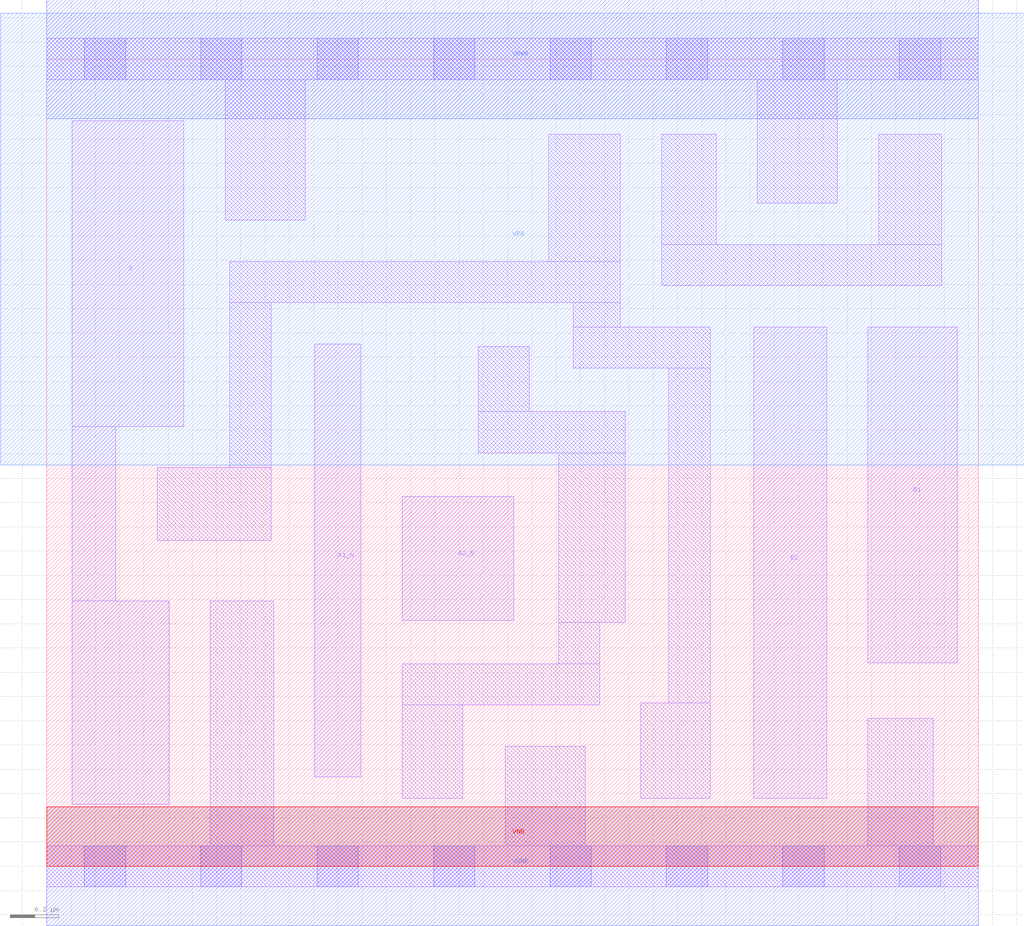
<source format=lef>
# Copyright 2020 The SkyWater PDK Authors
#
# Licensed under the Apache License, Version 2.0 (the "License");
# you may not use this file except in compliance with the License.
# You may obtain a copy of the License at
#
#     https://www.apache.org/licenses/LICENSE-2.0
#
# Unless required by applicable law or agreed to in writing, software
# distributed under the License is distributed on an "AS IS" BASIS,
# WITHOUT WARRANTIES OR CONDITIONS OF ANY KIND, either express or implied.
# See the License for the specific language governing permissions and
# limitations under the License.
#
# SPDX-License-Identifier: Apache-2.0

VERSION 5.7 ;
  NOWIREEXTENSIONATPIN ON ;
  DIVIDERCHAR "/" ;
  BUSBITCHARS "[]" ;
MACRO sky130_fd_sc_lp__a2bb2o_1
  CLASS CORE ;
  FOREIGN sky130_fd_sc_lp__a2bb2o_1 ;
  ORIGIN  0.000000  0.000000 ;
  SIZE  3.840000 BY  3.330000 ;
  SYMMETRY X Y R90 ;
  SITE unit ;
  PIN A1_N
    ANTENNAGATEAREA  0.126000 ;
    DIRECTION INPUT ;
    USE SIGNAL ;
    PORT
      LAYER li1 ;
        RECT 1.105000 0.370000 1.295000 2.155000 ;
    END
  END A1_N
  PIN A2_N
    ANTENNAGATEAREA  0.126000 ;
    DIRECTION INPUT ;
    USE SIGNAL ;
    PORT
      LAYER li1 ;
        RECT 1.465000 1.015000 1.925000 1.525000 ;
    END
  END A2_N
  PIN B1
    ANTENNAGATEAREA  0.126000 ;
    DIRECTION INPUT ;
    USE SIGNAL ;
    PORT
      LAYER li1 ;
        RECT 3.385000 0.840000 3.755000 2.225000 ;
    END
  END B1
  PIN B2
    ANTENNAGATEAREA  0.126000 ;
    DIRECTION INPUT ;
    USE SIGNAL ;
    PORT
      LAYER li1 ;
        RECT 2.915000 0.280000 3.215000 2.225000 ;
    END
  END B2
  PIN X
    ANTENNADIFFAREA  0.556500 ;
    DIRECTION OUTPUT ;
    USE SIGNAL ;
    PORT
      LAYER li1 ;
        RECT 0.105000 0.255000 0.505000 1.095000 ;
        RECT 0.105000 1.095000 0.285000 1.815000 ;
        RECT 0.105000 1.815000 0.565000 3.075000 ;
    END
  END X
  PIN VGND
    DIRECTION INOUT ;
    USE GROUND ;
    PORT
      LAYER met1 ;
        RECT 0.000000 -0.245000 3.840000 0.245000 ;
    END
  END VGND
  PIN VNB
    DIRECTION INOUT ;
    USE GROUND ;
    PORT
      LAYER pwell ;
        RECT 0.000000 0.000000 3.840000 0.245000 ;
    END
  END VNB
  PIN VPB
    DIRECTION INOUT ;
    USE POWER ;
    PORT
      LAYER nwell ;
        RECT -0.190000 1.655000 4.030000 3.520000 ;
    END
  END VPB
  PIN VPWR
    DIRECTION INOUT ;
    USE POWER ;
    PORT
      LAYER met1 ;
        RECT 0.000000 3.085000 3.840000 3.575000 ;
    END
  END VPWR
  OBS
    LAYER li1 ;
      RECT 0.000000 -0.085000 3.840000 0.085000 ;
      RECT 0.000000  3.245000 3.840000 3.415000 ;
      RECT 0.455000  1.345000 0.925000 1.645000 ;
      RECT 0.675000  0.085000 0.935000 1.095000 ;
      RECT 0.735000  2.665000 1.065000 3.245000 ;
      RECT 0.755000  1.645000 0.925000 2.325000 ;
      RECT 0.755000  2.325000 2.365000 2.495000 ;
      RECT 1.465000  0.280000 1.715000 0.665000 ;
      RECT 1.465000  0.665000 2.280000 0.835000 ;
      RECT 1.780000  1.705000 2.385000 1.875000 ;
      RECT 1.780000  1.875000 1.990000 2.145000 ;
      RECT 1.890000  0.085000 2.220000 0.495000 ;
      RECT 2.070000  2.495000 2.365000 3.020000 ;
      RECT 2.110000  0.835000 2.280000 1.005000 ;
      RECT 2.110000  1.005000 2.385000 1.705000 ;
      RECT 2.170000  2.055000 2.735000 2.225000 ;
      RECT 2.170000  2.225000 2.365000 2.325000 ;
      RECT 2.450000  0.280000 2.735000 0.675000 ;
      RECT 2.535000  2.395000 3.690000 2.565000 ;
      RECT 2.535000  2.565000 2.760000 3.020000 ;
      RECT 2.565000  0.675000 2.735000 2.055000 ;
      RECT 2.930000  2.735000 3.260000 3.245000 ;
      RECT 3.385000  0.085000 3.655000 0.610000 ;
      RECT 3.430000  2.565000 3.690000 3.020000 ;
    LAYER mcon ;
      RECT 0.155000 -0.085000 0.325000 0.085000 ;
      RECT 0.155000  3.245000 0.325000 3.415000 ;
      RECT 0.635000 -0.085000 0.805000 0.085000 ;
      RECT 0.635000  3.245000 0.805000 3.415000 ;
      RECT 1.115000 -0.085000 1.285000 0.085000 ;
      RECT 1.115000  3.245000 1.285000 3.415000 ;
      RECT 1.595000 -0.085000 1.765000 0.085000 ;
      RECT 1.595000  3.245000 1.765000 3.415000 ;
      RECT 2.075000 -0.085000 2.245000 0.085000 ;
      RECT 2.075000  3.245000 2.245000 3.415000 ;
      RECT 2.555000 -0.085000 2.725000 0.085000 ;
      RECT 2.555000  3.245000 2.725000 3.415000 ;
      RECT 3.035000 -0.085000 3.205000 0.085000 ;
      RECT 3.035000  3.245000 3.205000 3.415000 ;
      RECT 3.515000 -0.085000 3.685000 0.085000 ;
      RECT 3.515000  3.245000 3.685000 3.415000 ;
  END
END sky130_fd_sc_lp__a2bb2o_1
END LIBRARY

</source>
